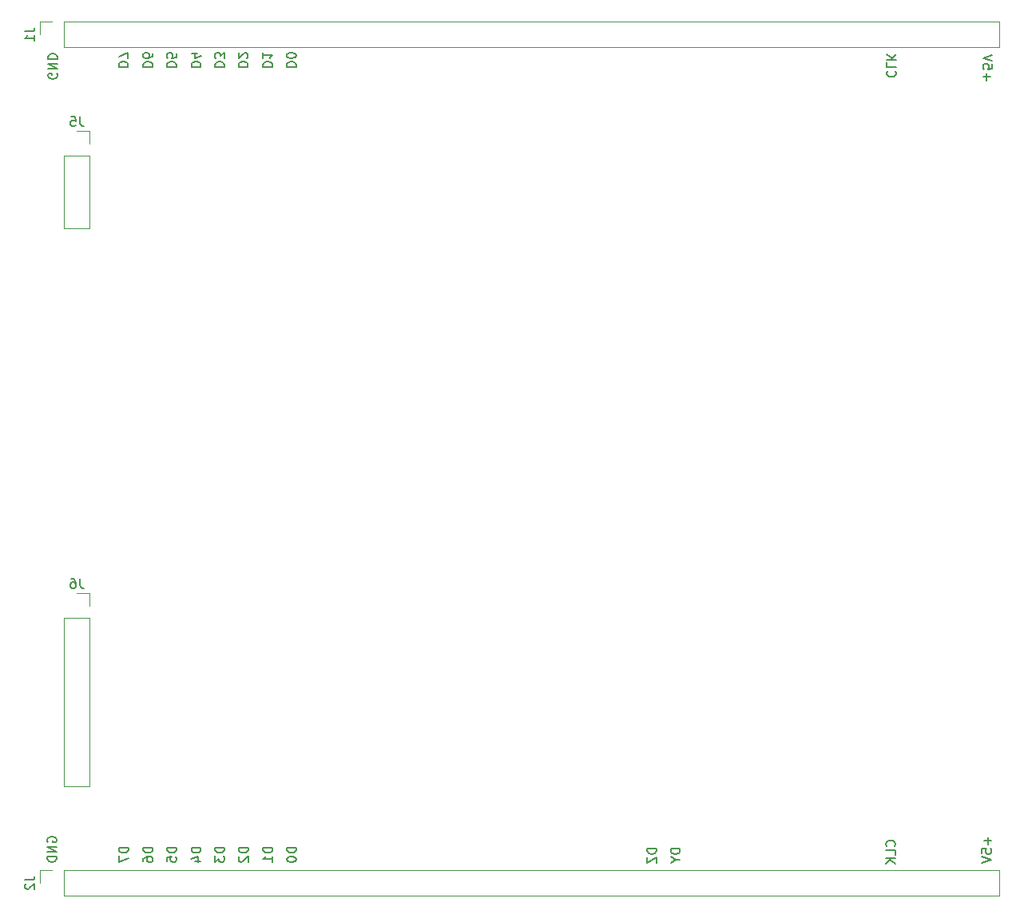
<source format=gbo>
G04 #@! TF.GenerationSoftware,KiCad,Pcbnew,(5.1.9)-1*
G04 #@! TF.CreationDate,2022-07-23T11:33:05-04:00*
G04 #@! TF.ProjectId,xy-register,78792d72-6567-4697-9374-65722e6b6963,2.0*
G04 #@! TF.SameCoordinates,Original*
G04 #@! TF.FileFunction,Legend,Bot*
G04 #@! TF.FilePolarity,Positive*
%FSLAX46Y46*%
G04 Gerber Fmt 4.6, Leading zero omitted, Abs format (unit mm)*
G04 Created by KiCad (PCBNEW (5.1.9)-1) date 2022-07-23 11:33:05*
%MOMM*%
%LPD*%
G01*
G04 APERTURE LIST*
%ADD10C,0.150000*%
%ADD11C,0.120000*%
%ADD12O,1.700000X1.700000*%
%ADD13R,1.700000X1.700000*%
%ADD14O,1.600000X1.600000*%
%ADD15R,1.600000X1.600000*%
G04 APERTURE END LIST*
D10*
X185428571Y-50864404D02*
X185428571Y-50102500D01*
X185047619Y-50483452D02*
X185809523Y-50483452D01*
X186047619Y-49150119D02*
X186047619Y-49626309D01*
X185571428Y-49673928D01*
X185619047Y-49626309D01*
X185666666Y-49531071D01*
X185666666Y-49292976D01*
X185619047Y-49197738D01*
X185571428Y-49150119D01*
X185476190Y-49102500D01*
X185238095Y-49102500D01*
X185142857Y-49150119D01*
X185095238Y-49197738D01*
X185047619Y-49292976D01*
X185047619Y-49531071D01*
X185095238Y-49626309D01*
X185142857Y-49673928D01*
X186047619Y-48816785D02*
X185047619Y-48483452D01*
X186047619Y-48150119D01*
X174942857Y-49892976D02*
X174895238Y-49940595D01*
X174847619Y-50083452D01*
X174847619Y-50178690D01*
X174895238Y-50321547D01*
X174990476Y-50416785D01*
X175085714Y-50464404D01*
X175276190Y-50512023D01*
X175419047Y-50512023D01*
X175609523Y-50464404D01*
X175704761Y-50416785D01*
X175800000Y-50321547D01*
X175847619Y-50178690D01*
X175847619Y-50083452D01*
X175800000Y-49940595D01*
X175752380Y-49892976D01*
X174847619Y-48988214D02*
X174847619Y-49464404D01*
X175847619Y-49464404D01*
X174847619Y-48654880D02*
X175847619Y-48654880D01*
X174847619Y-48083452D02*
X175419047Y-48512023D01*
X175847619Y-48083452D02*
X175276190Y-48654880D01*
X185571428Y-131135595D02*
X185571428Y-131897500D01*
X185952380Y-131516547D02*
X185190476Y-131516547D01*
X184952380Y-132849880D02*
X184952380Y-132373690D01*
X185428571Y-132326071D01*
X185380952Y-132373690D01*
X185333333Y-132468928D01*
X185333333Y-132707023D01*
X185380952Y-132802261D01*
X185428571Y-132849880D01*
X185523809Y-132897500D01*
X185761904Y-132897500D01*
X185857142Y-132849880D01*
X185904761Y-132802261D01*
X185952380Y-132707023D01*
X185952380Y-132468928D01*
X185904761Y-132373690D01*
X185857142Y-132326071D01*
X184952380Y-133183214D02*
X185952380Y-133516547D01*
X184952380Y-133849880D01*
X175657142Y-132107023D02*
X175704761Y-132059404D01*
X175752380Y-131916547D01*
X175752380Y-131821309D01*
X175704761Y-131678452D01*
X175609523Y-131583214D01*
X175514285Y-131535595D01*
X175323809Y-131487976D01*
X175180952Y-131487976D01*
X174990476Y-131535595D01*
X174895238Y-131583214D01*
X174800000Y-131678452D01*
X174752380Y-131821309D01*
X174752380Y-131916547D01*
X174800000Y-132059404D01*
X174847619Y-132107023D01*
X175752380Y-133011785D02*
X175752380Y-132535595D01*
X174752380Y-132535595D01*
X175752380Y-133345119D02*
X174752380Y-133345119D01*
X175752380Y-133916547D02*
X175180952Y-133487976D01*
X174752380Y-133916547D02*
X175323809Y-133345119D01*
X152952380Y-132335595D02*
X151952380Y-132335595D01*
X151952380Y-132573690D01*
X152000000Y-132716547D01*
X152095238Y-132811785D01*
X152190476Y-132859404D01*
X152380952Y-132907023D01*
X152523809Y-132907023D01*
X152714285Y-132859404D01*
X152809523Y-132811785D01*
X152904761Y-132716547D01*
X152952380Y-132573690D01*
X152952380Y-132335595D01*
X152476190Y-133526071D02*
X152952380Y-133526071D01*
X151952380Y-133192738D02*
X152476190Y-133526071D01*
X151952380Y-133859404D01*
X150452380Y-132335595D02*
X149452380Y-132335595D01*
X149452380Y-132573690D01*
X149500000Y-132716547D01*
X149595238Y-132811785D01*
X149690476Y-132859404D01*
X149880952Y-132907023D01*
X150023809Y-132907023D01*
X150214285Y-132859404D01*
X150309523Y-132811785D01*
X150404761Y-132716547D01*
X150452380Y-132573690D01*
X150452380Y-132335595D01*
X149452380Y-133240357D02*
X149452380Y-133907023D01*
X150452380Y-133240357D01*
X150452380Y-133907023D01*
X85900000Y-131659404D02*
X85852380Y-131564166D01*
X85852380Y-131421309D01*
X85900000Y-131278452D01*
X85995238Y-131183214D01*
X86090476Y-131135595D01*
X86280952Y-131087976D01*
X86423809Y-131087976D01*
X86614285Y-131135595D01*
X86709523Y-131183214D01*
X86804761Y-131278452D01*
X86852380Y-131421309D01*
X86852380Y-131516547D01*
X86804761Y-131659404D01*
X86757142Y-131707023D01*
X86423809Y-131707023D01*
X86423809Y-131516547D01*
X86852380Y-132135595D02*
X85852380Y-132135595D01*
X86852380Y-132707023D01*
X85852380Y-132707023D01*
X86852380Y-133183214D02*
X85852380Y-133183214D01*
X85852380Y-133421309D01*
X85900000Y-133564166D01*
X85995238Y-133659404D01*
X86090476Y-133707023D01*
X86280952Y-133754642D01*
X86423809Y-133754642D01*
X86614285Y-133707023D01*
X86709523Y-133659404D01*
X86804761Y-133564166D01*
X86852380Y-133421309D01*
X86852380Y-133183214D01*
X109752380Y-132235595D02*
X108752380Y-132235595D01*
X108752380Y-132473690D01*
X108800000Y-132616547D01*
X108895238Y-132711785D01*
X108990476Y-132759404D01*
X109180952Y-132807023D01*
X109323809Y-132807023D01*
X109514285Y-132759404D01*
X109609523Y-132711785D01*
X109704761Y-132616547D01*
X109752380Y-132473690D01*
X109752380Y-132235595D01*
X109752380Y-133759404D02*
X109752380Y-133187976D01*
X109752380Y-133473690D02*
X108752380Y-133473690D01*
X108895238Y-133378452D01*
X108990476Y-133283214D01*
X109038095Y-133187976D01*
X94452380Y-132235595D02*
X93452380Y-132235595D01*
X93452380Y-132473690D01*
X93500000Y-132616547D01*
X93595238Y-132711785D01*
X93690476Y-132759404D01*
X93880952Y-132807023D01*
X94023809Y-132807023D01*
X94214285Y-132759404D01*
X94309523Y-132711785D01*
X94404761Y-132616547D01*
X94452380Y-132473690D01*
X94452380Y-132235595D01*
X93452380Y-133140357D02*
X93452380Y-133807023D01*
X94452380Y-133378452D01*
X112252380Y-132235595D02*
X111252380Y-132235595D01*
X111252380Y-132473690D01*
X111300000Y-132616547D01*
X111395238Y-132711785D01*
X111490476Y-132759404D01*
X111680952Y-132807023D01*
X111823809Y-132807023D01*
X112014285Y-132759404D01*
X112109523Y-132711785D01*
X112204761Y-132616547D01*
X112252380Y-132473690D01*
X112252380Y-132235595D01*
X111252380Y-133426071D02*
X111252380Y-133521309D01*
X111300000Y-133616547D01*
X111347619Y-133664166D01*
X111442857Y-133711785D01*
X111633333Y-133759404D01*
X111871428Y-133759404D01*
X112061904Y-133711785D01*
X112157142Y-133664166D01*
X112204761Y-133616547D01*
X112252380Y-133521309D01*
X112252380Y-133426071D01*
X112204761Y-133330833D01*
X112157142Y-133283214D01*
X112061904Y-133235595D01*
X111871428Y-133187976D01*
X111633333Y-133187976D01*
X111442857Y-133235595D01*
X111347619Y-133283214D01*
X111300000Y-133330833D01*
X111252380Y-133426071D01*
X102152380Y-132235595D02*
X101152380Y-132235595D01*
X101152380Y-132473690D01*
X101200000Y-132616547D01*
X101295238Y-132711785D01*
X101390476Y-132759404D01*
X101580952Y-132807023D01*
X101723809Y-132807023D01*
X101914285Y-132759404D01*
X102009523Y-132711785D01*
X102104761Y-132616547D01*
X102152380Y-132473690D01*
X102152380Y-132235595D01*
X101485714Y-133664166D02*
X102152380Y-133664166D01*
X101104761Y-133426071D02*
X101819047Y-133187976D01*
X101819047Y-133807023D01*
X104652380Y-132235595D02*
X103652380Y-132235595D01*
X103652380Y-132473690D01*
X103700000Y-132616547D01*
X103795238Y-132711785D01*
X103890476Y-132759404D01*
X104080952Y-132807023D01*
X104223809Y-132807023D01*
X104414285Y-132759404D01*
X104509523Y-132711785D01*
X104604761Y-132616547D01*
X104652380Y-132473690D01*
X104652380Y-132235595D01*
X103652380Y-133140357D02*
X103652380Y-133759404D01*
X104033333Y-133426071D01*
X104033333Y-133568928D01*
X104080952Y-133664166D01*
X104128571Y-133711785D01*
X104223809Y-133759404D01*
X104461904Y-133759404D01*
X104557142Y-133711785D01*
X104604761Y-133664166D01*
X104652380Y-133568928D01*
X104652380Y-133283214D01*
X104604761Y-133187976D01*
X104557142Y-133140357D01*
X97052380Y-132235595D02*
X96052380Y-132235595D01*
X96052380Y-132473690D01*
X96100000Y-132616547D01*
X96195238Y-132711785D01*
X96290476Y-132759404D01*
X96480952Y-132807023D01*
X96623809Y-132807023D01*
X96814285Y-132759404D01*
X96909523Y-132711785D01*
X97004761Y-132616547D01*
X97052380Y-132473690D01*
X97052380Y-132235595D01*
X96052380Y-133664166D02*
X96052380Y-133473690D01*
X96100000Y-133378452D01*
X96147619Y-133330833D01*
X96290476Y-133235595D01*
X96480952Y-133187976D01*
X96861904Y-133187976D01*
X96957142Y-133235595D01*
X97004761Y-133283214D01*
X97052380Y-133378452D01*
X97052380Y-133568928D01*
X97004761Y-133664166D01*
X96957142Y-133711785D01*
X96861904Y-133759404D01*
X96623809Y-133759404D01*
X96528571Y-133711785D01*
X96480952Y-133664166D01*
X96433333Y-133568928D01*
X96433333Y-133378452D01*
X96480952Y-133283214D01*
X96528571Y-133235595D01*
X96623809Y-133187976D01*
X107152380Y-132235595D02*
X106152380Y-132235595D01*
X106152380Y-132473690D01*
X106200000Y-132616547D01*
X106295238Y-132711785D01*
X106390476Y-132759404D01*
X106580952Y-132807023D01*
X106723809Y-132807023D01*
X106914285Y-132759404D01*
X107009523Y-132711785D01*
X107104761Y-132616547D01*
X107152380Y-132473690D01*
X107152380Y-132235595D01*
X106247619Y-133187976D02*
X106200000Y-133235595D01*
X106152380Y-133330833D01*
X106152380Y-133568928D01*
X106200000Y-133664166D01*
X106247619Y-133711785D01*
X106342857Y-133759404D01*
X106438095Y-133759404D01*
X106580952Y-133711785D01*
X107152380Y-133140357D01*
X107152380Y-133759404D01*
X99552380Y-132235595D02*
X98552380Y-132235595D01*
X98552380Y-132473690D01*
X98600000Y-132616547D01*
X98695238Y-132711785D01*
X98790476Y-132759404D01*
X98980952Y-132807023D01*
X99123809Y-132807023D01*
X99314285Y-132759404D01*
X99409523Y-132711785D01*
X99504761Y-132616547D01*
X99552380Y-132473690D01*
X99552380Y-132235595D01*
X98552380Y-133711785D02*
X98552380Y-133235595D01*
X99028571Y-133187976D01*
X98980952Y-133235595D01*
X98933333Y-133330833D01*
X98933333Y-133568928D01*
X98980952Y-133664166D01*
X99028571Y-133711785D01*
X99123809Y-133759404D01*
X99361904Y-133759404D01*
X99457142Y-133711785D01*
X99504761Y-133664166D01*
X99552380Y-133568928D01*
X99552380Y-133330833D01*
X99504761Y-133235595D01*
X99457142Y-133187976D01*
X108747619Y-49464404D02*
X109747619Y-49464404D01*
X109747619Y-49226309D01*
X109700000Y-49083452D01*
X109604761Y-48988214D01*
X109509523Y-48940595D01*
X109319047Y-48892976D01*
X109176190Y-48892976D01*
X108985714Y-48940595D01*
X108890476Y-48988214D01*
X108795238Y-49083452D01*
X108747619Y-49226309D01*
X108747619Y-49464404D01*
X108747619Y-47940595D02*
X108747619Y-48512023D01*
X108747619Y-48226309D02*
X109747619Y-48226309D01*
X109604761Y-48321547D01*
X109509523Y-48416785D01*
X109461904Y-48512023D01*
X93447619Y-49464404D02*
X94447619Y-49464404D01*
X94447619Y-49226309D01*
X94400000Y-49083452D01*
X94304761Y-48988214D01*
X94209523Y-48940595D01*
X94019047Y-48892976D01*
X93876190Y-48892976D01*
X93685714Y-48940595D01*
X93590476Y-48988214D01*
X93495238Y-49083452D01*
X93447619Y-49226309D01*
X93447619Y-49464404D01*
X94447619Y-48559642D02*
X94447619Y-47892976D01*
X93447619Y-48321547D01*
X111247619Y-49464404D02*
X112247619Y-49464404D01*
X112247619Y-49226309D01*
X112200000Y-49083452D01*
X112104761Y-48988214D01*
X112009523Y-48940595D01*
X111819047Y-48892976D01*
X111676190Y-48892976D01*
X111485714Y-48940595D01*
X111390476Y-48988214D01*
X111295238Y-49083452D01*
X111247619Y-49226309D01*
X111247619Y-49464404D01*
X112247619Y-48273928D02*
X112247619Y-48178690D01*
X112200000Y-48083452D01*
X112152380Y-48035833D01*
X112057142Y-47988214D01*
X111866666Y-47940595D01*
X111628571Y-47940595D01*
X111438095Y-47988214D01*
X111342857Y-48035833D01*
X111295238Y-48083452D01*
X111247619Y-48178690D01*
X111247619Y-48273928D01*
X111295238Y-48369166D01*
X111342857Y-48416785D01*
X111438095Y-48464404D01*
X111628571Y-48512023D01*
X111866666Y-48512023D01*
X112057142Y-48464404D01*
X112152380Y-48416785D01*
X112200000Y-48369166D01*
X112247619Y-48273928D01*
X101147619Y-49464404D02*
X102147619Y-49464404D01*
X102147619Y-49226309D01*
X102100000Y-49083452D01*
X102004761Y-48988214D01*
X101909523Y-48940595D01*
X101719047Y-48892976D01*
X101576190Y-48892976D01*
X101385714Y-48940595D01*
X101290476Y-48988214D01*
X101195238Y-49083452D01*
X101147619Y-49226309D01*
X101147619Y-49464404D01*
X101814285Y-48035833D02*
X101147619Y-48035833D01*
X102195238Y-48273928D02*
X101480952Y-48512023D01*
X101480952Y-47892976D01*
X103647619Y-49464404D02*
X104647619Y-49464404D01*
X104647619Y-49226309D01*
X104600000Y-49083452D01*
X104504761Y-48988214D01*
X104409523Y-48940595D01*
X104219047Y-48892976D01*
X104076190Y-48892976D01*
X103885714Y-48940595D01*
X103790476Y-48988214D01*
X103695238Y-49083452D01*
X103647619Y-49226309D01*
X103647619Y-49464404D01*
X104647619Y-48559642D02*
X104647619Y-47940595D01*
X104266666Y-48273928D01*
X104266666Y-48131071D01*
X104219047Y-48035833D01*
X104171428Y-47988214D01*
X104076190Y-47940595D01*
X103838095Y-47940595D01*
X103742857Y-47988214D01*
X103695238Y-48035833D01*
X103647619Y-48131071D01*
X103647619Y-48416785D01*
X103695238Y-48512023D01*
X103742857Y-48559642D01*
X96047619Y-49464404D02*
X97047619Y-49464404D01*
X97047619Y-49226309D01*
X97000000Y-49083452D01*
X96904761Y-48988214D01*
X96809523Y-48940595D01*
X96619047Y-48892976D01*
X96476190Y-48892976D01*
X96285714Y-48940595D01*
X96190476Y-48988214D01*
X96095238Y-49083452D01*
X96047619Y-49226309D01*
X96047619Y-49464404D01*
X97047619Y-48035833D02*
X97047619Y-48226309D01*
X97000000Y-48321547D01*
X96952380Y-48369166D01*
X96809523Y-48464404D01*
X96619047Y-48512023D01*
X96238095Y-48512023D01*
X96142857Y-48464404D01*
X96095238Y-48416785D01*
X96047619Y-48321547D01*
X96047619Y-48131071D01*
X96095238Y-48035833D01*
X96142857Y-47988214D01*
X96238095Y-47940595D01*
X96476190Y-47940595D01*
X96571428Y-47988214D01*
X96619047Y-48035833D01*
X96666666Y-48131071D01*
X96666666Y-48321547D01*
X96619047Y-48416785D01*
X96571428Y-48464404D01*
X96476190Y-48512023D01*
X106147619Y-49464404D02*
X107147619Y-49464404D01*
X107147619Y-49226309D01*
X107100000Y-49083452D01*
X107004761Y-48988214D01*
X106909523Y-48940595D01*
X106719047Y-48892976D01*
X106576190Y-48892976D01*
X106385714Y-48940595D01*
X106290476Y-48988214D01*
X106195238Y-49083452D01*
X106147619Y-49226309D01*
X106147619Y-49464404D01*
X107052380Y-48512023D02*
X107100000Y-48464404D01*
X107147619Y-48369166D01*
X107147619Y-48131071D01*
X107100000Y-48035833D01*
X107052380Y-47988214D01*
X106957142Y-47940595D01*
X106861904Y-47940595D01*
X106719047Y-47988214D01*
X106147619Y-48559642D01*
X106147619Y-47940595D01*
X98547619Y-49464404D02*
X99547619Y-49464404D01*
X99547619Y-49226309D01*
X99500000Y-49083452D01*
X99404761Y-48988214D01*
X99309523Y-48940595D01*
X99119047Y-48892976D01*
X98976190Y-48892976D01*
X98785714Y-48940595D01*
X98690476Y-48988214D01*
X98595238Y-49083452D01*
X98547619Y-49226309D01*
X98547619Y-49464404D01*
X99547619Y-47988214D02*
X99547619Y-48464404D01*
X99071428Y-48512023D01*
X99119047Y-48464404D01*
X99166666Y-48369166D01*
X99166666Y-48131071D01*
X99119047Y-48035833D01*
X99071428Y-47988214D01*
X98976190Y-47940595D01*
X98738095Y-47940595D01*
X98642857Y-47988214D01*
X98595238Y-48035833D01*
X98547619Y-48131071D01*
X98547619Y-48369166D01*
X98595238Y-48464404D01*
X98642857Y-48512023D01*
X86900000Y-50140595D02*
X86947619Y-50235833D01*
X86947619Y-50378690D01*
X86900000Y-50521547D01*
X86804761Y-50616785D01*
X86709523Y-50664404D01*
X86519047Y-50712023D01*
X86376190Y-50712023D01*
X86185714Y-50664404D01*
X86090476Y-50616785D01*
X85995238Y-50521547D01*
X85947619Y-50378690D01*
X85947619Y-50283452D01*
X85995238Y-50140595D01*
X86042857Y-50092976D01*
X86376190Y-50092976D01*
X86376190Y-50283452D01*
X85947619Y-49664404D02*
X86947619Y-49664404D01*
X85947619Y-49092976D01*
X86947619Y-49092976D01*
X85947619Y-48616785D02*
X86947619Y-48616785D01*
X86947619Y-48378690D01*
X86900000Y-48235833D01*
X86804761Y-48140595D01*
X86709523Y-48092976D01*
X86519047Y-48045357D01*
X86376190Y-48045357D01*
X86185714Y-48092976D01*
X86090476Y-48140595D01*
X85995238Y-48235833D01*
X85947619Y-48378690D01*
X85947619Y-48616785D01*
D11*
X90330000Y-56270000D02*
X89000000Y-56270000D01*
X90330000Y-57600000D02*
X90330000Y-56270000D01*
X90330000Y-58870000D02*
X87670000Y-58870000D01*
X87670000Y-58870000D02*
X87670000Y-66550000D01*
X90330000Y-58870000D02*
X90330000Y-66550000D01*
X90330000Y-66550000D02*
X87670000Y-66550000D01*
X90330000Y-105270000D02*
X89000000Y-105270000D01*
X90330000Y-106600000D02*
X90330000Y-105270000D01*
X90330000Y-107870000D02*
X87670000Y-107870000D01*
X87670000Y-107870000D02*
X87670000Y-125710000D01*
X90330000Y-107870000D02*
X90330000Y-125710000D01*
X90330000Y-125710000D02*
X87670000Y-125710000D01*
X186790000Y-134670000D02*
X186790000Y-137330000D01*
X87670000Y-134670000D02*
X186790000Y-134670000D01*
X87670000Y-137330000D02*
X186790000Y-137330000D01*
X87670000Y-134670000D02*
X87670000Y-137330000D01*
X86400000Y-134670000D02*
X85070000Y-134670000D01*
X85070000Y-134670000D02*
X85070000Y-136000000D01*
X186790000Y-44670000D02*
X186790000Y-47330000D01*
X87670000Y-44670000D02*
X186790000Y-44670000D01*
X87670000Y-47330000D02*
X186790000Y-47330000D01*
X87670000Y-44670000D02*
X87670000Y-47330000D01*
X86400000Y-44670000D02*
X85070000Y-44670000D01*
X85070000Y-44670000D02*
X85070000Y-46000000D01*
D10*
X89333333Y-54722380D02*
X89333333Y-55436666D01*
X89380952Y-55579523D01*
X89476190Y-55674761D01*
X89619047Y-55722380D01*
X89714285Y-55722380D01*
X88380952Y-54722380D02*
X88857142Y-54722380D01*
X88904761Y-55198571D01*
X88857142Y-55150952D01*
X88761904Y-55103333D01*
X88523809Y-55103333D01*
X88428571Y-55150952D01*
X88380952Y-55198571D01*
X88333333Y-55293809D01*
X88333333Y-55531904D01*
X88380952Y-55627142D01*
X88428571Y-55674761D01*
X88523809Y-55722380D01*
X88761904Y-55722380D01*
X88857142Y-55674761D01*
X88904761Y-55627142D01*
X89333333Y-103722380D02*
X89333333Y-104436666D01*
X89380952Y-104579523D01*
X89476190Y-104674761D01*
X89619047Y-104722380D01*
X89714285Y-104722380D01*
X88428571Y-103722380D02*
X88619047Y-103722380D01*
X88714285Y-103770000D01*
X88761904Y-103817619D01*
X88857142Y-103960476D01*
X88904761Y-104150952D01*
X88904761Y-104531904D01*
X88857142Y-104627142D01*
X88809523Y-104674761D01*
X88714285Y-104722380D01*
X88523809Y-104722380D01*
X88428571Y-104674761D01*
X88380952Y-104627142D01*
X88333333Y-104531904D01*
X88333333Y-104293809D01*
X88380952Y-104198571D01*
X88428571Y-104150952D01*
X88523809Y-104103333D01*
X88714285Y-104103333D01*
X88809523Y-104150952D01*
X88857142Y-104198571D01*
X88904761Y-104293809D01*
X83522380Y-135666666D02*
X84236666Y-135666666D01*
X84379523Y-135619047D01*
X84474761Y-135523809D01*
X84522380Y-135380952D01*
X84522380Y-135285714D01*
X83617619Y-136095238D02*
X83570000Y-136142857D01*
X83522380Y-136238095D01*
X83522380Y-136476190D01*
X83570000Y-136571428D01*
X83617619Y-136619047D01*
X83712857Y-136666666D01*
X83808095Y-136666666D01*
X83950952Y-136619047D01*
X84522380Y-136047619D01*
X84522380Y-136666666D01*
X83522380Y-45666666D02*
X84236666Y-45666666D01*
X84379523Y-45619047D01*
X84474761Y-45523809D01*
X84522380Y-45380952D01*
X84522380Y-45285714D01*
X84522380Y-46666666D02*
X84522380Y-46095238D01*
X84522380Y-46380952D02*
X83522380Y-46380952D01*
X83665238Y-46285714D01*
X83760476Y-46190476D01*
X83808095Y-46095238D01*
%LPC*%
D12*
X89000000Y-65220000D03*
X89000000Y-62680000D03*
X89000000Y-60140000D03*
D13*
X89000000Y-57600000D03*
D14*
X103600000Y-101580000D03*
X126460000Y-109200000D03*
X106140000Y-101580000D03*
X123920000Y-109200000D03*
X108680000Y-101580000D03*
X121380000Y-109200000D03*
X111220000Y-101580000D03*
X118840000Y-109200000D03*
X113760000Y-101580000D03*
X116300000Y-109200000D03*
X116300000Y-101580000D03*
X113760000Y-109200000D03*
X118840000Y-101580000D03*
X111220000Y-109200000D03*
X121380000Y-101580000D03*
X108680000Y-109200000D03*
X123920000Y-101580000D03*
X106140000Y-109200000D03*
X126460000Y-101580000D03*
D15*
X103600000Y-109200000D03*
D14*
X162360000Y-87880000D03*
X180140000Y-95500000D03*
X164900000Y-87880000D03*
X177600000Y-95500000D03*
X167440000Y-87880000D03*
X175060000Y-95500000D03*
X169980000Y-87880000D03*
X172520000Y-95500000D03*
X172520000Y-87880000D03*
X169980000Y-95500000D03*
X175060000Y-87880000D03*
X167440000Y-95500000D03*
X177600000Y-87880000D03*
X164900000Y-95500000D03*
X180140000Y-87880000D03*
D15*
X162360000Y-95500000D03*
D14*
X135900000Y-87880000D03*
X153680000Y-95500000D03*
X138440000Y-87880000D03*
X151140000Y-95500000D03*
X140980000Y-87880000D03*
X148600000Y-95500000D03*
X143520000Y-87880000D03*
X146060000Y-95500000D03*
X146060000Y-87880000D03*
X143520000Y-95500000D03*
X148600000Y-87880000D03*
X140980000Y-95500000D03*
X151140000Y-87880000D03*
X138440000Y-95500000D03*
X153680000Y-87880000D03*
D15*
X135900000Y-95500000D03*
D12*
X89000000Y-124380000D03*
X89000000Y-121840000D03*
X89000000Y-119300000D03*
X89000000Y-116760000D03*
X89000000Y-114220000D03*
X89000000Y-111680000D03*
X89000000Y-109140000D03*
D13*
X89000000Y-106600000D03*
D14*
X103700000Y-56780000D03*
X126560000Y-64400000D03*
X106240000Y-56780000D03*
X124020000Y-64400000D03*
X108780000Y-56780000D03*
X121480000Y-64400000D03*
X111320000Y-56780000D03*
X118940000Y-64400000D03*
X113860000Y-56780000D03*
X116400000Y-64400000D03*
X116400000Y-56780000D03*
X113860000Y-64400000D03*
X118940000Y-56780000D03*
X111320000Y-64400000D03*
X121480000Y-56780000D03*
X108780000Y-64400000D03*
X124020000Y-56780000D03*
X106240000Y-64400000D03*
X126560000Y-56780000D03*
D15*
X103700000Y-64400000D03*
D14*
X103600000Y-72880000D03*
X126460000Y-80500000D03*
X106140000Y-72880000D03*
X123920000Y-80500000D03*
X108680000Y-72880000D03*
X121380000Y-80500000D03*
X111220000Y-72880000D03*
X118840000Y-80500000D03*
X113760000Y-72880000D03*
X116300000Y-80500000D03*
X116300000Y-72880000D03*
X113760000Y-80500000D03*
X118840000Y-72880000D03*
X111220000Y-80500000D03*
X121380000Y-72880000D03*
X108680000Y-80500000D03*
X123920000Y-72880000D03*
X106140000Y-80500000D03*
X126460000Y-72880000D03*
D15*
X103600000Y-80500000D03*
D14*
X103800000Y-117680000D03*
X126660000Y-125300000D03*
X106340000Y-117680000D03*
X124120000Y-125300000D03*
X108880000Y-117680000D03*
X121580000Y-125300000D03*
X111420000Y-117680000D03*
X119040000Y-125300000D03*
X113960000Y-117680000D03*
X116500000Y-125300000D03*
X116500000Y-117680000D03*
X113960000Y-125300000D03*
X119040000Y-117680000D03*
X111420000Y-125300000D03*
X121580000Y-117680000D03*
X108880000Y-125300000D03*
X124120000Y-117680000D03*
X106340000Y-125300000D03*
X126660000Y-117680000D03*
D15*
X103800000Y-125300000D03*
D12*
X185460000Y-136000000D03*
X182920000Y-136000000D03*
X180380000Y-136000000D03*
X177840000Y-136000000D03*
X175300000Y-136000000D03*
X172760000Y-136000000D03*
X170220000Y-136000000D03*
X167680000Y-136000000D03*
X165140000Y-136000000D03*
X162600000Y-136000000D03*
X160060000Y-136000000D03*
X157520000Y-136000000D03*
X154980000Y-136000000D03*
X152440000Y-136000000D03*
X149900000Y-136000000D03*
X147360000Y-136000000D03*
X144820000Y-136000000D03*
X142280000Y-136000000D03*
X139740000Y-136000000D03*
X137200000Y-136000000D03*
X134660000Y-136000000D03*
X132120000Y-136000000D03*
X129580000Y-136000000D03*
X127040000Y-136000000D03*
X124500000Y-136000000D03*
X121960000Y-136000000D03*
X119420000Y-136000000D03*
X116880000Y-136000000D03*
X114340000Y-136000000D03*
X111800000Y-136000000D03*
X109260000Y-136000000D03*
X106720000Y-136000000D03*
X104180000Y-136000000D03*
X101640000Y-136000000D03*
X99100000Y-136000000D03*
X96560000Y-136000000D03*
X94020000Y-136000000D03*
X91480000Y-136000000D03*
X88940000Y-136000000D03*
D13*
X86400000Y-136000000D03*
D12*
X185460000Y-46000000D03*
X182920000Y-46000000D03*
X180380000Y-46000000D03*
X177840000Y-46000000D03*
X175300000Y-46000000D03*
X172760000Y-46000000D03*
X170220000Y-46000000D03*
X167680000Y-46000000D03*
X165140000Y-46000000D03*
X162600000Y-46000000D03*
X160060000Y-46000000D03*
X157520000Y-46000000D03*
X154980000Y-46000000D03*
X152440000Y-46000000D03*
X149900000Y-46000000D03*
X147360000Y-46000000D03*
X144820000Y-46000000D03*
X142280000Y-46000000D03*
X139740000Y-46000000D03*
X137200000Y-46000000D03*
X134660000Y-46000000D03*
X132120000Y-46000000D03*
X129580000Y-46000000D03*
X127040000Y-46000000D03*
X124500000Y-46000000D03*
X121960000Y-46000000D03*
X119420000Y-46000000D03*
X116880000Y-46000000D03*
X114340000Y-46000000D03*
X111800000Y-46000000D03*
X109260000Y-46000000D03*
X106720000Y-46000000D03*
X104180000Y-46000000D03*
X101640000Y-46000000D03*
X99100000Y-46000000D03*
X96560000Y-46000000D03*
X94020000Y-46000000D03*
X91480000Y-46000000D03*
X88940000Y-46000000D03*
D13*
X86400000Y-46000000D03*
M02*

</source>
